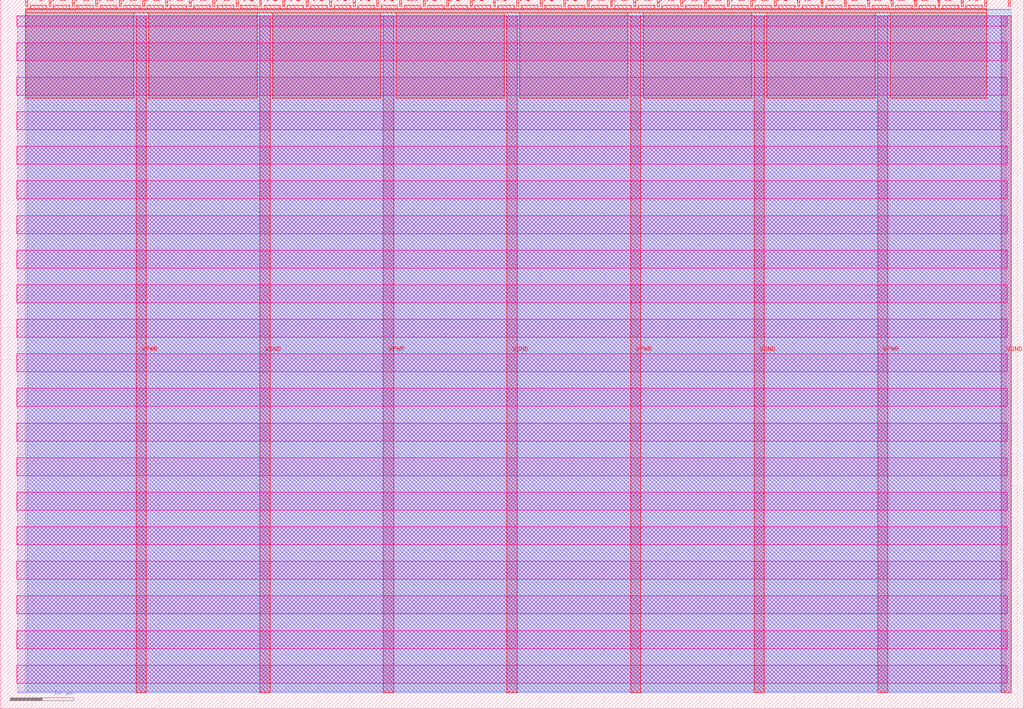
<source format=lef>
VERSION 5.7 ;
  NOWIREEXTENSIONATPIN ON ;
  DIVIDERCHAR "/" ;
  BUSBITCHARS "[]" ;
MACRO tt_um_wokwi_395263962779770881
  CLASS BLOCK ;
  FOREIGN tt_um_wokwi_395263962779770881 ;
  ORIGIN 0.000 0.000 ;
  SIZE 161.000 BY 111.520 ;
  PIN VGND
    DIRECTION INOUT ;
    USE GROUND ;
    PORT
      LAYER met4 ;
        RECT 40.830 2.480 42.430 109.040 ;
    END
    PORT
      LAYER met4 ;
        RECT 79.700 2.480 81.300 109.040 ;
    END
    PORT
      LAYER met4 ;
        RECT 118.570 2.480 120.170 109.040 ;
    END
    PORT
      LAYER met4 ;
        RECT 157.440 2.480 159.040 109.040 ;
    END
  END VGND
  PIN VPWR
    DIRECTION INOUT ;
    USE POWER ;
    PORT
      LAYER met4 ;
        RECT 21.395 2.480 22.995 109.040 ;
    END
    PORT
      LAYER met4 ;
        RECT 60.265 2.480 61.865 109.040 ;
    END
    PORT
      LAYER met4 ;
        RECT 99.135 2.480 100.735 109.040 ;
    END
    PORT
      LAYER met4 ;
        RECT 138.005 2.480 139.605 109.040 ;
    END
  END VPWR
  PIN clk
    DIRECTION INPUT ;
    USE SIGNAL ;
    ANTENNAGATEAREA 0.852000 ;
    PORT
      LAYER met4 ;
        RECT 154.870 110.520 155.170 111.520 ;
    END
  END clk
  PIN ena
    DIRECTION INPUT ;
    USE SIGNAL ;
    PORT
      LAYER met4 ;
        RECT 158.550 110.520 158.850 111.520 ;
    END
  END ena
  PIN rst_n
    DIRECTION INPUT ;
    USE SIGNAL ;
    PORT
      LAYER met4 ;
        RECT 151.190 110.520 151.490 111.520 ;
    END
  END rst_n
  PIN ui_in[0]
    DIRECTION INPUT ;
    USE SIGNAL ;
    PORT
      LAYER met4 ;
        RECT 147.510 110.520 147.810 111.520 ;
    END
  END ui_in[0]
  PIN ui_in[1]
    DIRECTION INPUT ;
    USE SIGNAL ;
    ANTENNAGATEAREA 0.196500 ;
    PORT
      LAYER met4 ;
        RECT 143.830 110.520 144.130 111.520 ;
    END
  END ui_in[1]
  PIN ui_in[2]
    DIRECTION INPUT ;
    USE SIGNAL ;
    ANTENNAGATEAREA 0.196500 ;
    PORT
      LAYER met4 ;
        RECT 140.150 110.520 140.450 111.520 ;
    END
  END ui_in[2]
  PIN ui_in[3]
    DIRECTION INPUT ;
    USE SIGNAL ;
    PORT
      LAYER met4 ;
        RECT 136.470 110.520 136.770 111.520 ;
    END
  END ui_in[3]
  PIN ui_in[4]
    DIRECTION INPUT ;
    USE SIGNAL ;
    PORT
      LAYER met4 ;
        RECT 132.790 110.520 133.090 111.520 ;
    END
  END ui_in[4]
  PIN ui_in[5]
    DIRECTION INPUT ;
    USE SIGNAL ;
    PORT
      LAYER met4 ;
        RECT 129.110 110.520 129.410 111.520 ;
    END
  END ui_in[5]
  PIN ui_in[6]
    DIRECTION INPUT ;
    USE SIGNAL ;
    PORT
      LAYER met4 ;
        RECT 125.430 110.520 125.730 111.520 ;
    END
  END ui_in[6]
  PIN ui_in[7]
    DIRECTION INPUT ;
    USE SIGNAL ;
    PORT
      LAYER met4 ;
        RECT 121.750 110.520 122.050 111.520 ;
    END
  END ui_in[7]
  PIN uio_in[0]
    DIRECTION INPUT ;
    USE SIGNAL ;
    PORT
      LAYER met4 ;
        RECT 118.070 110.520 118.370 111.520 ;
    END
  END uio_in[0]
  PIN uio_in[1]
    DIRECTION INPUT ;
    USE SIGNAL ;
    PORT
      LAYER met4 ;
        RECT 114.390 110.520 114.690 111.520 ;
    END
  END uio_in[1]
  PIN uio_in[2]
    DIRECTION INPUT ;
    USE SIGNAL ;
    PORT
      LAYER met4 ;
        RECT 110.710 110.520 111.010 111.520 ;
    END
  END uio_in[2]
  PIN uio_in[3]
    DIRECTION INPUT ;
    USE SIGNAL ;
    PORT
      LAYER met4 ;
        RECT 107.030 110.520 107.330 111.520 ;
    END
  END uio_in[3]
  PIN uio_in[4]
    DIRECTION INPUT ;
    USE SIGNAL ;
    PORT
      LAYER met4 ;
        RECT 103.350 110.520 103.650 111.520 ;
    END
  END uio_in[4]
  PIN uio_in[5]
    DIRECTION INPUT ;
    USE SIGNAL ;
    PORT
      LAYER met4 ;
        RECT 99.670 110.520 99.970 111.520 ;
    END
  END uio_in[5]
  PIN uio_in[6]
    DIRECTION INPUT ;
    USE SIGNAL ;
    PORT
      LAYER met4 ;
        RECT 95.990 110.520 96.290 111.520 ;
    END
  END uio_in[6]
  PIN uio_in[7]
    DIRECTION INPUT ;
    USE SIGNAL ;
    PORT
      LAYER met4 ;
        RECT 92.310 110.520 92.610 111.520 ;
    END
  END uio_in[7]
  PIN uio_oe[0]
    DIRECTION OUTPUT TRISTATE ;
    USE SIGNAL ;
    PORT
      LAYER met4 ;
        RECT 29.750 110.520 30.050 111.520 ;
    END
  END uio_oe[0]
  PIN uio_oe[1]
    DIRECTION OUTPUT TRISTATE ;
    USE SIGNAL ;
    PORT
      LAYER met4 ;
        RECT 26.070 110.520 26.370 111.520 ;
    END
  END uio_oe[1]
  PIN uio_oe[2]
    DIRECTION OUTPUT TRISTATE ;
    USE SIGNAL ;
    PORT
      LAYER met4 ;
        RECT 22.390 110.520 22.690 111.520 ;
    END
  END uio_oe[2]
  PIN uio_oe[3]
    DIRECTION OUTPUT TRISTATE ;
    USE SIGNAL ;
    PORT
      LAYER met4 ;
        RECT 18.710 110.520 19.010 111.520 ;
    END
  END uio_oe[3]
  PIN uio_oe[4]
    DIRECTION OUTPUT TRISTATE ;
    USE SIGNAL ;
    PORT
      LAYER met4 ;
        RECT 15.030 110.520 15.330 111.520 ;
    END
  END uio_oe[4]
  PIN uio_oe[5]
    DIRECTION OUTPUT TRISTATE ;
    USE SIGNAL ;
    PORT
      LAYER met4 ;
        RECT 11.350 110.520 11.650 111.520 ;
    END
  END uio_oe[5]
  PIN uio_oe[6]
    DIRECTION OUTPUT TRISTATE ;
    USE SIGNAL ;
    PORT
      LAYER met4 ;
        RECT 7.670 110.520 7.970 111.520 ;
    END
  END uio_oe[6]
  PIN uio_oe[7]
    DIRECTION OUTPUT TRISTATE ;
    USE SIGNAL ;
    PORT
      LAYER met4 ;
        RECT 3.990 110.520 4.290 111.520 ;
    END
  END uio_oe[7]
  PIN uio_out[0]
    DIRECTION OUTPUT TRISTATE ;
    USE SIGNAL ;
    PORT
      LAYER met4 ;
        RECT 59.190 110.520 59.490 111.520 ;
    END
  END uio_out[0]
  PIN uio_out[1]
    DIRECTION OUTPUT TRISTATE ;
    USE SIGNAL ;
    PORT
      LAYER met4 ;
        RECT 55.510 110.520 55.810 111.520 ;
    END
  END uio_out[1]
  PIN uio_out[2]
    DIRECTION OUTPUT TRISTATE ;
    USE SIGNAL ;
    PORT
      LAYER met4 ;
        RECT 51.830 110.520 52.130 111.520 ;
    END
  END uio_out[2]
  PIN uio_out[3]
    DIRECTION OUTPUT TRISTATE ;
    USE SIGNAL ;
    PORT
      LAYER met4 ;
        RECT 48.150 110.520 48.450 111.520 ;
    END
  END uio_out[3]
  PIN uio_out[4]
    DIRECTION OUTPUT TRISTATE ;
    USE SIGNAL ;
    PORT
      LAYER met4 ;
        RECT 44.470 110.520 44.770 111.520 ;
    END
  END uio_out[4]
  PIN uio_out[5]
    DIRECTION OUTPUT TRISTATE ;
    USE SIGNAL ;
    PORT
      LAYER met4 ;
        RECT 40.790 110.520 41.090 111.520 ;
    END
  END uio_out[5]
  PIN uio_out[6]
    DIRECTION OUTPUT TRISTATE ;
    USE SIGNAL ;
    PORT
      LAYER met4 ;
        RECT 37.110 110.520 37.410 111.520 ;
    END
  END uio_out[6]
  PIN uio_out[7]
    DIRECTION OUTPUT TRISTATE ;
    USE SIGNAL ;
    PORT
      LAYER met4 ;
        RECT 33.430 110.520 33.730 111.520 ;
    END
  END uio_out[7]
  PIN uo_out[0]
    DIRECTION OUTPUT TRISTATE ;
    USE SIGNAL ;
    ANTENNADIFFAREA 0.795200 ;
    PORT
      LAYER met4 ;
        RECT 88.630 110.520 88.930 111.520 ;
    END
  END uo_out[0]
  PIN uo_out[1]
    DIRECTION OUTPUT TRISTATE ;
    USE SIGNAL ;
    ANTENNADIFFAREA 0.445500 ;
    PORT
      LAYER met4 ;
        RECT 84.950 110.520 85.250 111.520 ;
    END
  END uo_out[1]
  PIN uo_out[2]
    DIRECTION OUTPUT TRISTATE ;
    USE SIGNAL ;
    ANTENNADIFFAREA 0.445500 ;
    PORT
      LAYER met4 ;
        RECT 81.270 110.520 81.570 111.520 ;
    END
  END uo_out[2]
  PIN uo_out[3]
    DIRECTION OUTPUT TRISTATE ;
    USE SIGNAL ;
    ANTENNADIFFAREA 0.445500 ;
    PORT
      LAYER met4 ;
        RECT 77.590 110.520 77.890 111.520 ;
    END
  END uo_out[3]
  PIN uo_out[4]
    DIRECTION OUTPUT TRISTATE ;
    USE SIGNAL ;
    ANTENNADIFFAREA 0.445500 ;
    PORT
      LAYER met4 ;
        RECT 73.910 110.520 74.210 111.520 ;
    END
  END uo_out[4]
  PIN uo_out[5]
    DIRECTION OUTPUT TRISTATE ;
    USE SIGNAL ;
    ANTENNADIFFAREA 0.795200 ;
    PORT
      LAYER met4 ;
        RECT 70.230 110.520 70.530 111.520 ;
    END
  END uo_out[5]
  PIN uo_out[6]
    DIRECTION OUTPUT TRISTATE ;
    USE SIGNAL ;
    ANTENNADIFFAREA 0.445500 ;
    PORT
      LAYER met4 ;
        RECT 66.550 110.520 66.850 111.520 ;
    END
  END uo_out[6]
  PIN uo_out[7]
    DIRECTION OUTPUT TRISTATE ;
    USE SIGNAL ;
    ANTENNADIFFAREA 0.795200 ;
    PORT
      LAYER met4 ;
        RECT 62.870 110.520 63.170 111.520 ;
    END
  END uo_out[7]
  OBS
      LAYER nwell ;
        RECT 2.570 107.385 158.430 108.990 ;
        RECT 2.570 101.945 158.430 104.775 ;
        RECT 2.570 96.505 158.430 99.335 ;
        RECT 2.570 91.065 158.430 93.895 ;
        RECT 2.570 85.625 158.430 88.455 ;
        RECT 2.570 80.185 158.430 83.015 ;
        RECT 2.570 74.745 158.430 77.575 ;
        RECT 2.570 69.305 158.430 72.135 ;
        RECT 2.570 63.865 158.430 66.695 ;
        RECT 2.570 58.425 158.430 61.255 ;
        RECT 2.570 52.985 158.430 55.815 ;
        RECT 2.570 47.545 158.430 50.375 ;
        RECT 2.570 42.105 158.430 44.935 ;
        RECT 2.570 36.665 158.430 39.495 ;
        RECT 2.570 31.225 158.430 34.055 ;
        RECT 2.570 25.785 158.430 28.615 ;
        RECT 2.570 20.345 158.430 23.175 ;
        RECT 2.570 14.905 158.430 17.735 ;
        RECT 2.570 9.465 158.430 12.295 ;
        RECT 2.570 4.025 158.430 6.855 ;
      LAYER li1 ;
        RECT 2.760 2.635 158.240 108.885 ;
      LAYER met1 ;
        RECT 2.760 2.480 159.040 109.040 ;
      LAYER met2 ;
        RECT 4.230 2.535 159.010 110.005 ;
      LAYER met3 ;
        RECT 3.950 2.555 159.030 109.985 ;
      LAYER met4 ;
        RECT 4.690 110.120 7.270 110.650 ;
        RECT 8.370 110.120 10.950 110.650 ;
        RECT 12.050 110.120 14.630 110.650 ;
        RECT 15.730 110.120 18.310 110.650 ;
        RECT 19.410 110.120 21.990 110.650 ;
        RECT 23.090 110.120 25.670 110.650 ;
        RECT 26.770 110.120 29.350 110.650 ;
        RECT 30.450 110.120 33.030 110.650 ;
        RECT 34.130 110.120 36.710 110.650 ;
        RECT 37.810 110.120 40.390 110.650 ;
        RECT 41.490 110.120 44.070 110.650 ;
        RECT 45.170 110.120 47.750 110.650 ;
        RECT 48.850 110.120 51.430 110.650 ;
        RECT 52.530 110.120 55.110 110.650 ;
        RECT 56.210 110.120 58.790 110.650 ;
        RECT 59.890 110.120 62.470 110.650 ;
        RECT 63.570 110.120 66.150 110.650 ;
        RECT 67.250 110.120 69.830 110.650 ;
        RECT 70.930 110.120 73.510 110.650 ;
        RECT 74.610 110.120 77.190 110.650 ;
        RECT 78.290 110.120 80.870 110.650 ;
        RECT 81.970 110.120 84.550 110.650 ;
        RECT 85.650 110.120 88.230 110.650 ;
        RECT 89.330 110.120 91.910 110.650 ;
        RECT 93.010 110.120 95.590 110.650 ;
        RECT 96.690 110.120 99.270 110.650 ;
        RECT 100.370 110.120 102.950 110.650 ;
        RECT 104.050 110.120 106.630 110.650 ;
        RECT 107.730 110.120 110.310 110.650 ;
        RECT 111.410 110.120 113.990 110.650 ;
        RECT 115.090 110.120 117.670 110.650 ;
        RECT 118.770 110.120 121.350 110.650 ;
        RECT 122.450 110.120 125.030 110.650 ;
        RECT 126.130 110.120 128.710 110.650 ;
        RECT 129.810 110.120 132.390 110.650 ;
        RECT 133.490 110.120 136.070 110.650 ;
        RECT 137.170 110.120 139.750 110.650 ;
        RECT 140.850 110.120 143.430 110.650 ;
        RECT 144.530 110.120 147.110 110.650 ;
        RECT 148.210 110.120 150.790 110.650 ;
        RECT 151.890 110.120 154.470 110.650 ;
        RECT 3.975 109.440 155.185 110.120 ;
        RECT 3.975 96.055 20.995 109.440 ;
        RECT 23.395 96.055 40.430 109.440 ;
        RECT 42.830 96.055 59.865 109.440 ;
        RECT 62.265 96.055 79.300 109.440 ;
        RECT 81.700 96.055 98.735 109.440 ;
        RECT 101.135 96.055 118.170 109.440 ;
        RECT 120.570 96.055 137.605 109.440 ;
        RECT 140.005 96.055 155.185 109.440 ;
  END
END tt_um_wokwi_395263962779770881
END LIBRARY


</source>
